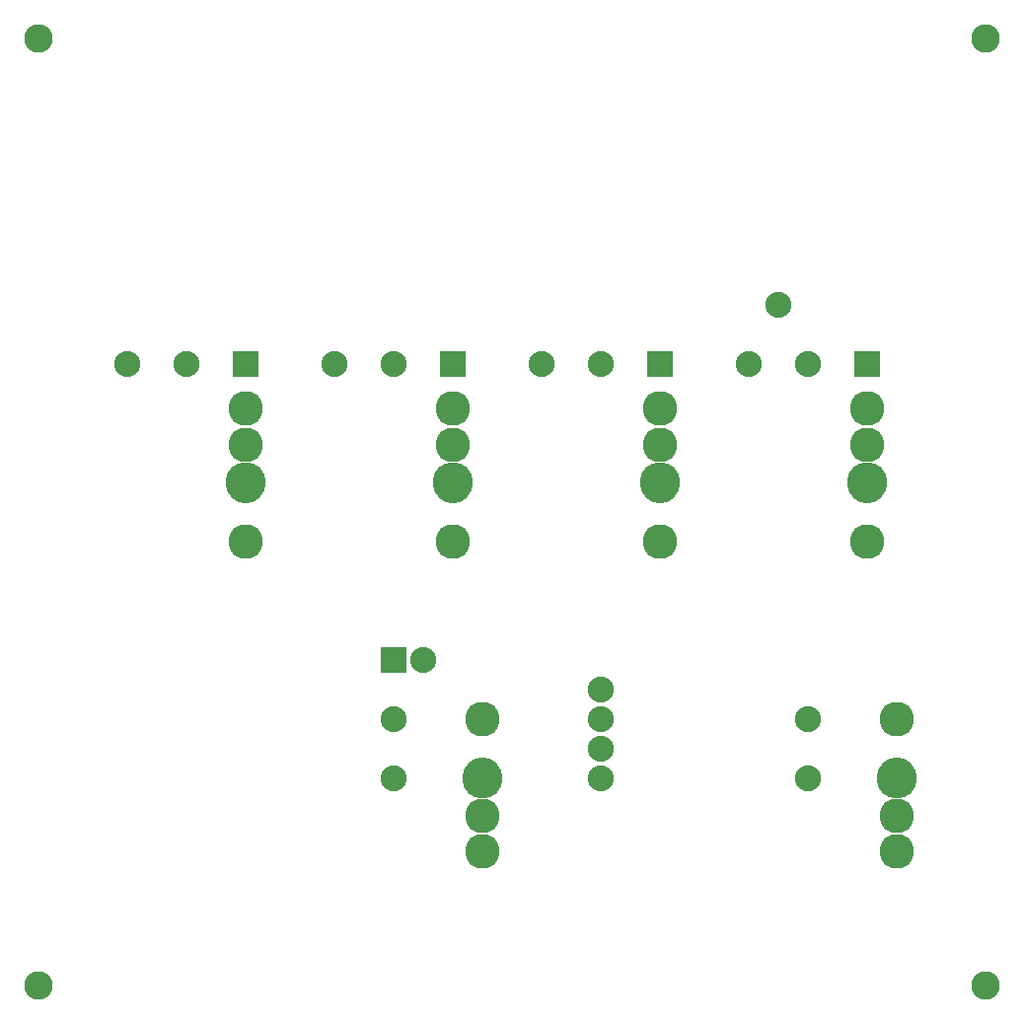
<source format=gbs>
G04 MADE WITH FRITZING*
G04 WWW.FRITZING.ORG*
G04 DOUBLE SIDED*
G04 HOLES PLATED*
G04 CONTOUR ON CENTER OF CONTOUR VECTOR*
%ASAXBY*%
%FSLAX23Y23*%
%MOIN*%
%OFA0B0*%
%SFA1.0B1.0*%
%ADD10C,0.088000*%
%ADD11C,0.135984*%
%ADD12C,0.117087*%
%ADD13C,0.128110*%
%ADD14C,0.096614*%
%ADD15R,0.088000X0.088000*%
%LNMASK0*%
G90*
G70*
G54D10*
X2700Y2522D03*
X2700Y2522D03*
X1500Y1322D03*
X1500Y1322D03*
G54D11*
X3100Y922D03*
X1700Y922D03*
X900Y1922D03*
X1600Y1922D03*
X2300Y1922D03*
X3000Y1922D03*
G54D10*
X2800Y922D03*
X2800Y922D03*
X2800Y1122D03*
X2800Y1122D03*
G54D12*
X2999Y2170D03*
X2999Y2048D03*
X2999Y1721D03*
G54D13*
X3000Y1915D03*
G54D12*
X2300Y2171D03*
X2300Y2049D03*
X2300Y1722D03*
G54D13*
X2300Y1916D03*
G54D12*
X1600Y2171D03*
X1600Y2049D03*
X1600Y1722D03*
G54D13*
X1600Y1916D03*
G54D12*
X900Y2171D03*
X900Y2049D03*
X900Y1722D03*
G54D13*
X900Y1916D03*
G54D10*
X2999Y2321D03*
X2799Y2321D03*
X2599Y2321D03*
X2300Y2322D03*
X2100Y2322D03*
X1900Y2322D03*
X1600Y2322D03*
X1400Y2322D03*
X1200Y2322D03*
X900Y2322D03*
X700Y2322D03*
X500Y2322D03*
X1400Y1322D03*
X1400Y1122D03*
X1400Y922D03*
G54D12*
X1700Y673D03*
X1700Y795D03*
X1700Y1122D03*
G54D13*
X1700Y928D03*
G54D12*
X3100Y673D03*
X3100Y795D03*
X3100Y1122D03*
G54D13*
X3100Y928D03*
G54D10*
X2100Y1222D03*
X2100Y1122D03*
X2100Y1022D03*
X2100Y922D03*
X2100Y1222D03*
X2100Y1122D03*
X2100Y1022D03*
X2100Y922D03*
G54D14*
X3400Y3422D03*
X200Y3422D03*
X3400Y222D03*
X200Y222D03*
G54D15*
X2999Y2321D03*
X2300Y2322D03*
X1600Y2322D03*
X900Y2322D03*
X1400Y1322D03*
G04 End of Mask0*
M02*
</source>
